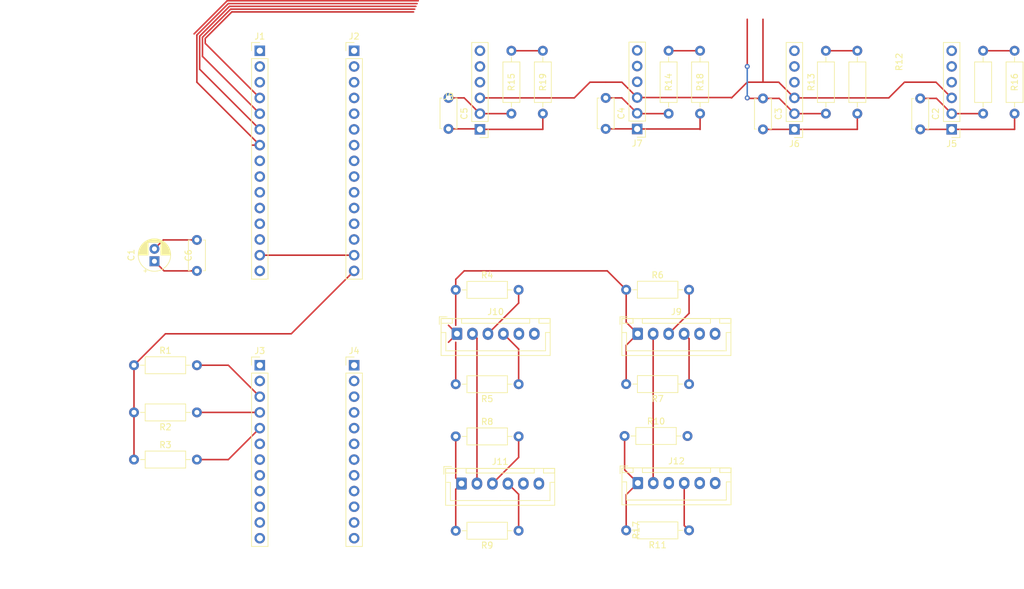
<source format=kicad_pcb>
(kicad_pcb (version 20211014) (generator pcbnew)
  (layers (0 "F.Cu" signal) (31 "B.Cu" signal) (34 "B.Paste" user) (35 "F.Paste" user) (36 "B.SilkS" user "B.Silkscreen") (37 "F.SilkS" user "F.Silkscreen") (38 "B.Mask" user) (39 "F.Mask" user) (44 "Edge.Cuts" user))
  (net 0 "")
  (net 1 "+5V")
  (net 2 "GND")
  (net 3 "/ADC1_CH6")
  (net 4 "/ADC1_CH7")
  (net 5 "/ADC1_CH4")
  (net 6 "/ADC1_CH5")
  (net 17 "/SCL_ESP")
  (net 20 "/SDA_ESP")
  (net 29 "+3.3V")
  (net 30 "Net-(J3-Pad5)")
  (net 31 "/SFM_A_SDL")
  (net 32 "/SFM_A_SCL")
  (net 33 "/SFM_B_SDL")
  (net 34 "/SFM_B_SCL")
  (net 43 "/SFM_D_SCL")
  (net 44 "/SFM_D_SDL")
  (net 45 "/SFM_C_SCL")
  (net 46 "/SFM_C_SDL")
  (net 67 "Net-(C2-Pad2)")
  (net 68 "Net-(C3-Pad2)")
  (net 69 "Net-(C4-Pad2)")
  (net 70 "Net-(C5-Pad2)")
  (footprint "Capacitor_THT:C_Disc_D4.7mm_W2.5mm_P5.00mm" (layer "F.Cu") (at 193.04 88.98 -90)
    (fp_text reference "C2" (at 2.5 -2.5 90) (layer "F.SilkS"))
    (fp_text value "470pF")
    (pad "1" thru_hole circle (at 0 0 270) (size 1.6 1.6) (drill 0.8) (layers *.Cu *.Mask) (net 2 "GND"))
    (pad "2" thru_hole circle (at 5 0 270) (size 1.6 1.6) (drill 0.8) (layers *.Cu *.Mask) (net 67 "Net-(C2-Pad2)"))
  )
  (footprint "Resistor_THT:R_Axial_DIN0207_L6.3mm_D2.5mm_P10.16mm_Horizontal" (layer "F.Cu") (at 155.702 158.75 180)
    (fp_text reference "R11" (at 5.08 -2.37) (layer "F.SilkS"))
    (fp_text value "10k")
    (pad "1" thru_hole circle (at 0 0 180) (size 1.6 1.6) (drill 0.8) (layers *.Cu *.Mask) (net 43 "/SFM_D_SCL"))
    (pad "2" thru_hole oval (at 10.16 0 180) (size 1.6 1.6) (drill 0.8) (layers *.Cu *.Mask) (net 1 "+5V"))
  )
  (footprint "Resistor_THT:R_Axial_DIN0207_L6.3mm_D2.5mm_P10.16mm_Horizontal" (layer "F.Cu") (at 145.288 143.51)
    (fp_text reference "R10" (at 5.08 -2.37) (layer "F.SilkS"))
    (fp_text value "10k")
    (pad "1" thru_hole circle (at 0 0) (size 1.6 1.6) (drill 0.8) (layers *.Cu *.Mask) (net 1 "+5V"))
    (pad "2" thru_hole oval (at 10.16 0) (size 1.6 1.6) (drill 0.8) (layers *.Cu *.Mask) (net 44 "/SFM_D_SDL"))
  )
  (footprint "Resistor_THT:R_Axial_DIN0207_L6.3mm_D2.5mm_P10.16mm_Horizontal" (layer "F.Cu") (at 152.4 91.44 90)
    (fp_text reference "R14" (at 5.08 0 90) (layer "F.SilkS"))
    (fp_text value "100k")
    (pad "1" thru_hole circle (at 0 0 90) (size 1.6 1.6) (drill 0.8) (layers *.Cu *.Mask) (net 2 "GND"))
    (pad "2" thru_hole oval (at 10.16 0 90) (size 1.6 1.6) (drill 0.8) (layers *.Cu *.Mask) (net 5 "/ADC1_CH4"))
  )
  (footprint "Connector_PinHeader_2.54mm:PinHeader_1x06_P2.54mm_Vertical" (layer "F.Cu") (at 121.92 93.98 180)
    (fp_text reference "J8" (at 5.08 5.29) (layer "F.SilkS"))
    (fp_text value "MPX_D")
    (pad "1" thru_hole rect (at 0 0 180) (size 1.7 1.7) (drill 1) (layers *.Cu *.Mask) (net 70 "Net-(C5-Pad2)"))
    (pad "2" thru_hole oval (at 0 2.54 180) (size 1.7 1.7) (drill 1) (layers *.Cu *.Mask) (net 2 "GND"))
    (pad "3" thru_hole oval (at 0 5.08 180) (size 1.7 1.7) (drill 1) (layers *.Cu *.Mask) (net 1 "+5V"))
    (pad "4" thru_hole oval (at 0 7.62 180) (size 1.7 1.7) (drill 1) (layers *.Cu *.Mask))
    (pad "5" thru_hole oval (at 0 10.16 180) (size 1.7 1.7) (drill 1) (layers *.Cu *.Mask))
    (pad "6" thru_hole oval (at 0 12.7 180) (size 1.7 1.7) (drill 1) (layers *.Cu *.Mask))
  )
  (footprint "Connector_PinHeader_2.54mm:PinHeader_1x06_P2.54mm_Vertical" (layer "F.Cu") (at 198.12 93.98 180)
    (fp_text reference "J5" (at 0 -2.33) (layer "F.SilkS"))
    (fp_text value "MPX_A")
    (pad "1" thru_hole rect (at 0 0 180) (size 1.7 1.7) (drill 1) (layers *.Cu *.Mask) (net 67 "Net-(C2-Pad2)"))
    (pad "2" thru_hole oval (at 0 2.54 180) (size 1.7 1.7) (drill 1) (layers *.Cu *.Mask) (net 2 "GND"))
    (pad "3" thru_hole oval (at 0 5.08 180) (size 1.7 1.7) (drill 1) (layers *.Cu *.Mask) (net 1 "+5V"))
    (pad "4" thru_hole oval (at 0 7.62 180) (size 1.7 1.7) (drill 1) (layers *.Cu *.Mask))
    (pad "5" thru_hole oval (at 0 10.16 180) (size 1.7 1.7) (drill 1) (layers *.Cu *.Mask))
    (pad "6" thru_hole oval (at 0 12.7 180) (size 1.7 1.7) (drill 1) (layers *.Cu *.Mask))
  )
  (footprint "Connector_PinHeader_2.54mm:PinHeader_1x12_P2.54mm_Vertical" (layer "F.Cu") (at 86.36 132.08)
    (fp_text reference "J3" (at 0 -2.33) (layer "F.SilkS"))
    (fp_text value "PCA_Left")
    (pad "1" thru_hole rect (at 0 0) (size 1.7 1.7) (drill 1) (layers *.Cu *.Mask) (net 29 "+3.3V"))
    (pad "2" thru_hole oval (at 0 2.54) (size 1.7 1.7) (drill 1) (layers *.Cu *.Mask) (net 2 "GND"))
    (pad "3" thru_hole oval (at 0 5.08) (size 1.7 1.7) (drill 1) (layers *.Cu *.Mask) (net 20 "/SDA_ESP"))
    (pad "4" thru_hole oval (at 0 7.62) (size 1.7 1.7) (drill 1) (layers *.Cu *.Mask) (net 17 "/SCL_ESP"))
    (pad "5" thru_hole oval (at 0 10.16) (size 1.7 1.7) (drill 1) (layers *.Cu *.Mask) (net 30 "Net-(J3-Pad5)"))
    (pad "6" thru_hole oval (at 0 12.7) (size 1.7 1.7) (drill 1) (layers *.Cu *.Mask) (net 2 "GND"))
    (pad "7" thru_hole oval (at 0 15.24) (size 1.7 1.7) (drill 1) (layers *.Cu *.Mask) (net 2 "GND"))
    (pad "8" thru_hole oval (at 0 17.78) (size 1.7 1.7) (drill 1) (layers *.Cu *.Mask) (net 2 "GND"))
    (pad "9" thru_hole oval (at 0 20.32) (size 1.7 1.7) (drill 1) (layers *.Cu *.Mask) (net 31 "/SFM_A_SDL"))
    (pad "10" thru_hole oval (at 0 22.86) (size 1.7 1.7) (drill 1) (layers *.Cu *.Mask) (net 32 "/SFM_A_SCL"))
    (pad "11" thru_hole oval (at 0 25.4) (size 1.7 1.7) (drill 1) (layers *.Cu *.Mask) (net 33 "/SFM_B_SDL"))
    (pad "12" thru_hole oval (at 0 27.94) (size 1.7 1.7) (drill 1) (layers *.Cu *.Mask) (net 34 "/SFM_B_SCL"))
  )
  (footprint "Resistor_THT:R_Axial_DIN0207_L6.3mm_D2.5mm_P10.16mm_Horizontal" (layer "F.Cu") (at 155.702 135.128 180)
    (fp_text reference "R7" (at 5.08 -2.37) (layer "F.SilkS"))
    (fp_text value "10k")
    (pad "1" thru_hole circle (at 0 0 180) (size 1.6 1.6) (drill 0.8) (layers *.Cu *.Mask) (net 34 "/SFM_B_SCL"))
    (pad "2" thru_hole oval (at 10.16 0 180) (size 1.6 1.6) (drill 0.8) (layers *.Cu *.Mask) (net 1 "+5V"))
  )
  (footprint "Capacitor_THT:C_Disc_D4.7mm_W2.5mm_P5.00mm" (layer "F.Cu") (at 76.2 116.84 90)
    (fp_text reference "C6" (at 2.5 -1.37 90) (layer "F.SilkS"))
    (fp_text value "0.01uF")
    (pad "1" thru_hole circle (at 0 0 90) (size 1.6 1.6) (drill 0.8) (layers *.Cu *.Mask) (net 1 "+5V"))
    (pad "2" thru_hole circle (at 5 0 90) (size 1.6 1.6) (drill 0.8) (layers *.Cu *.Mask) (net 2 "GND"))
  )
  (footprint "Resistor_THT:R_Axial_DIN0207_L6.3mm_D2.5mm_P10.16mm_Horizontal" (layer "F.Cu") (at 66.04 132.08)
    (fp_text reference "R1" (at 5.08 -2.37) (layer "F.SilkS"))
    (fp_text value "10k")
    (pad "1" thru_hole circle (at 0 0) (size 1.6 1.6) (drill 0.8) (layers *.Cu *.Mask) (net 29 "+3.3V"))
    (pad "2" thru_hole oval (at 10.16 0) (size 1.6 1.6) (drill 0.8) (layers *.Cu *.Mask) (net 20 "/SDA_ESP"))
  )
  (footprint "Resistor_THT:R_Axial_DIN0207_L6.3mm_D2.5mm_P10.16mm_Horizontal" (layer "F.Cu") (at 177.8 91.44 90)
    (fp_text reference "R13" (at 5.08 -2.37 90) (layer "F.SilkS"))
    (fp_text value "100k")
    (pad "1" thru_hole circle (at 0 0 90) (size 1.6 1.6) (drill 0.8) (layers *.Cu *.Mask) (net 2 "GND"))
    (pad "2" thru_hole oval (at 10.16 0 90) (size 1.6 1.6) (drill 0.8) (layers *.Cu *.Mask) (net 4 "/ADC1_CH7"))
  )
  (footprint "Resistor_THT:R_Axial_DIN0207_L6.3mm_D2.5mm_P10.16mm_Horizontal" (layer "F.Cu") (at 145.542 119.888)
    (fp_text reference "R6" (at 5.08 -2.37) (layer "F.SilkS"))
    (fp_text value "10k")
    (pad "1" thru_hole circle (at 0 0) (size 1.6 1.6) (drill 0.8) (layers *.Cu *.Mask) (net 1 "+5V"))
    (pad "2" thru_hole oval (at 10.16 0) (size 1.6 1.6) (drill 0.8) (layers *.Cu *.Mask) (net 33 "/SFM_B_SDL"))
  )
  (footprint "Resistor_THT:R_Axial_DIN0207_L6.3mm_D2.5mm_P10.16mm_Horizontal" (layer "F.Cu") (at 157.48 81.28 -90)
    (fp_text reference "R18" (at 5.08 0 90) (layer "F.SilkS"))
    (fp_text value "100k")
    (pad "1" thru_hole circle (at 0 0 270) (size 1.6 1.6) (drill 0.8) (layers *.Cu *.Mask) (net 5 "/ADC1_CH4"))
    (pad "2" thru_hole oval (at 10.16 0 270) (size 1.6 1.6) (drill 0.8) (layers *.Cu *.Mask) (net 69 "Net-(C4-Pad2)"))
  )
  (footprint "Resistor_THT:R_Axial_DIN0207_L6.3mm_D2.5mm_P10.16mm_Horizontal" (layer "F.Cu") (at 118.01 143.575)
    (fp_text reference "R8" (at 5.08 -2.37) (layer "F.SilkS"))
    (fp_text value "10k")
    (pad "1" thru_hole circle (at 0 0) (size 1.6 1.6) (drill 0.8) (layers *.Cu *.Mask) (net 1 "+5V"))
    (pad "2" thru_hole oval (at 10.16 0) (size 1.6 1.6) (drill 0.8) (layers *.Cu *.Mask) (net 46 "/SFM_C_SDL"))
  )
  (footprint "Connector_JST:JST_XH_B6B-XH-A_1x06_P2.50mm_Vertical" (layer "F.Cu") (at 118.21 127)
    (fp_text reference "J10" (at 6.25 -3.55) (layer "F.SilkS"))
    (fp_text value "SFM_A")
    (pad "1" thru_hole roundrect (at 0 0) (size 1.7 1.95) (drill 0.95) (layers *.Cu *.Mask) (roundrect_rratio 0.147059) (net 1 "+5V"))
    (pad "2" thru_hole oval (at 2.5 0) (size 1.7 1.95) (drill 0.95) (layers *.Cu *.Mask) (net 2 "GND"))
    (pad "3" thru_hole oval (at 5 0) (size 1.7 1.95) (drill 0.95) (layers *.Cu *.Mask) (net 31 "/SFM_A_SDL"))
    (pad "4" thru_hole oval (at 7.5 0) (size 1.7 1.95) (drill 0.95) (layers *.Cu *.Mask) (net 32 "/SFM_A_SCL"))
    (pad "5" thru_hole oval (at 10 0) (size 1.7 1.95) (drill 0.95) (layers *.Cu *.Mask))
    (pad "6" thru_hole oval (at 12.5 0) (size 1.7 1.95) (drill 0.95) (layers *.Cu *.Mask))
  )
  (footprint "Connector_JST:JST_XH_B6B-XH-A_1x06_P2.50mm_Vertical" (layer "F.Cu") (at 118.94 151.195)
    (fp_text reference "J11" (at 6.25 -3.55) (layer "F.SilkS"))
    (fp_text value "SFM_C")
    (pad "1" thru_hole roundrect (at 0 0) (size 1.7 1.95) (drill 0.95) (layers *.Cu *.Mask) (roundrect_rratio 0.147059) (net 1 "+5V"))
    (pad "2" thru_hole oval (at 2.5 0) (size 1.7 1.95) (drill 0.95) (layers *.Cu *.Mask) (net 2 "GND"))
    (pad "3" thru_hole oval (at 5 0) (size 1.7 1.95) (drill 0.95) (layers *.Cu *.Mask) (net 46 "/SFM_C_SDL"))
    (pad "4" thru_hole oval (at 7.5 0) (size 1.7 1.95) (drill 0.95) (layers *.Cu *.Mask) (net 45 "/SFM_C_SCL"))
    (pad "5" thru_hole oval (at 10 0) (size 1.7 1.95) (drill 0.95) (layers *.Cu *.Mask))
    (pad "6" thru_hole oval (at 12.5 0) (size 1.7 1.95) (drill 0.95) (layers *.Cu *.Mask))
  )
  (footprint "Connector_JST:JST_XH_B6B-XH-A_1x06_P2.50mm_Vertical" (layer "F.Cu") (at 147.4 127)
    (fp_text reference "J9" (at 6.25 -3.55) (layer "F.SilkS"))
    (fp_text value "SFM_B")
    (pad "1" thru_hole roundrect (at 0 0) (size 1.7 1.95) (drill 0.95) (layers *.Cu *.Mask) (roundrect_rratio 0.147059) (net 1 "+5V"))
    (pad "2" thru_hole oval (at 2.5 0) (size 1.7 1.95) (drill 0.95) (layers *.Cu *.Mask) (net 2 "GND"))
    (pad "3" thru_hole oval (at 5 0) (size 1.7 1.95) (drill 0.95) (layers *.Cu *.Mask) (net 33 "/SFM_B_SDL"))
    (pad "4" thru_hole oval (at 7.5 0) (size 1.7 1.95) (drill 0.95) (layers *.Cu *.Mask) (net 34 "/SFM_B_SCL"))
    (pad "5" thru_hole oval (at 10 0) (size 1.7 1.95) (drill 0.95) (layers *.Cu *.Mask))
    (pad "6" thru_hole oval (at 12.5 0) (size 1.7 1.95) (drill 0.95) (layers *.Cu *.Mask))
  )
  (footprint "Connector_PinHeader_2.54mm:PinHeader_1x15_P2.54mm_Vertical" (layer "F.Cu") (at 101.6 81.285)
    (fp_text reference "J2" (at 0 -2.33) (layer "F.SilkS"))
    (fp_text value "ESP_Right")
    (pad "1" thru_hole rect (at 0 0) (size 1.7 1.7) (drill 1) (layers *.Cu *.Mask))
    (pad "2" thru_hole oval (at 0 2.54) (size 1.7 1.7) (drill 1) (layers *.Cu *.Mask) (net 17 "/SCL_ESP"))
    (pad "3" thru_hole oval (at 0 5.08) (size 1.7 1.7) (drill 1) (layers *.Cu *.Mask))
    (pad "4" thru_hole oval (at 0 7.62) (size 1.7 1.7) (drill 1) (layers *.Cu *.Mask))
    (pad "5" thru_hole oval (at 0 10.16) (size 1.7 1.7) (drill 1) (layers *.Cu *.Mask) (net 20 "/SDA_ESP"))
    (pad "6" thru_hole oval (at 0 12.7) (size 1.7 1.7) (drill 1) (layers *.Cu *.Mask))
    (pad "7" thru_hole oval (at 0 15.24) (size 1.7 1.7) (drill 1) (layers *.Cu *.Mask))
    (pad "8" thru_hole oval (at 0 17.78) (size 1.7 1.7) (drill 1) (layers *.Cu *.Mask))
    (pad "9" thru_hole oval (at 0 20.32) (size 1.7 1.7) (drill 1) (layers *.Cu *.Mask))
    (pad "10" thru_hole oval (at 0 22.86) (size 1.7 1.7) (drill 1) (layers *.Cu *.Mask))
    (pad "11" thru_hole oval (at 0 25.4) (size 1.7 1.7) (drill 1) (layers *.Cu *.Mask))
    (pad "12" thru_hole oval (at 0 27.94) (size 1.7 1.7) (drill 1) (layers *.Cu *.Mask))
    (pad "13" thru_hole oval (at 0 30.48) (size 1.7 1.7) (drill 1) (layers *.Cu *.Mask))
    (pad "14" thru_hole oval (at 0 33.02) (size 1.7 1.7) (drill 1) (layers *.Cu *.Mask) (net 2 "GND"))
    (pad "15" thru_hole oval (at 0 35.56) (size 1.7 1.7) (drill 1) (layers *.Cu *.Mask) (net 29 "+3.3V"))
  )
  (footprint "Capacitor_THT:C_Disc_D4.7mm_W2.5mm_P5.00mm" (layer "F.Cu") (at 116.84 88.9 -90)
    (fp_text reference "C5" (at 2.54 -2.54 90) (layer "F.SilkS"))
    (fp_text value "470pF")
    (pad "1" thru_hole circle (at 0 0 270) (size 1.6 1.6) (drill 0.8) (layers *.Cu *.Mask) (net 2 "GND"))
    (pad "2" thru_hole circle (at 5 0 270) (size 1.6 1.6) (drill 0.8) (layers *.Cu *.Mask) (net 70 "Net-(C5-Pad2)"))
  )
  (footprint "Connector_PinHeader_2.54mm:PinHeader_1x12_P2.54mm_Vertical" (layer "F.Cu") (at 101.6 132.08)
    (fp_text reference "J4" (at 0 -2.33) (layer "F.SilkS"))
    (fp_text value "PCA_Right")
    (pad "1" thru_hole rect (at 0 0) (size 1.7 1.7) (drill 1) (layers *.Cu *.Mask))
    (pad "2" thru_hole oval (at 0 2.54) (size 1.7 1.7) (drill 1) (layers *.Cu *.Mask))
    (pad "3" thru_hole oval (at 0 5.08) (size 1.7 1.7) (drill 1) (layers *.Cu *.Mask))
    (pad "4" thru_hole oval (at 0 7.62) (size 1.7 1.7) (drill 1) (layers *.Cu *.Mask))
    (pad "5" thru_hole oval (at 0 10.16) (size 1.7 1.7) (drill 1) (layers *.Cu *.Mask))
    (pad "6" thru_hole oval (at 0 12.7) (size 1.7 1.7) (drill 1) (layers *.Cu *.Mask))
    (pad "7" thru_hole oval (at 0 15.24) (size 1.7 1.7) (drill 1) (layers *.Cu *.Mask))
    (pad "8" thru_hole oval (at 0 17.78) (size 1.7 1.7) (drill 1) (layers *.Cu *.Mask))
    (pad "9" thru_hole oval (at 0 20.32) (size 1.7 1.7) (drill 1) (layers *.Cu *.Mask) (net 43 "/SFM_D_SCL"))
    (pad "10" thru_hole oval (at 0 22.86) (size 1.7 1.7) (drill 1) (layers *.Cu *.Mask) (net 44 "/SFM_D_SDL"))
    (pad "11" thru_hole oval (at 0 25.4) (size 1.7 1.7) (drill 1) (layers *.Cu *.Mask) (net 45 "/SFM_C_SCL"))
    (pad "12" thru_hole oval (at 0 27.94) (size 1.7 1.7) (drill 1) (layers *.Cu *.Mask) (net 46 "/SFM_C_SDL"))
  )
  (footprint "Resistor_THT:R_Axial_DIN0207_L6.3mm_D2.5mm_P10.16mm_Horizontal" (layer "F.Cu") (at 66.04 147.32)
    (fp_text reference "R3" (at 5.08 -2.37) (layer "F.SilkS"))
    (fp_text value "10k")
    (pad "1" thru_hole circle (at 0 0) (size 1.6 1.6) (drill 0.8) (layers *.Cu *.Mask) (net 29 "+3.3V"))
    (pad "2" thru_hole oval (at 10.16 0) (size 1.6 1.6) (drill 0.8) (layers *.Cu *.Mask) (net 30 "Net-(J3-Pad5)"))
  )
  (footprint "Connector_PinHeader_2.54mm:PinHeader_1x15_P2.54mm_Vertical" (layer "F.Cu") (at 86.36 81.285)
    (fp_text reference "J1" (at 0 -2.33) (layer "F.SilkS"))
    (fp_text value "ESP_Left")
    (pad "1" thru_hole rect (at 0 0) (size 1.7 1.7) (drill 1) (layers *.Cu *.Mask))
    (pad "2" thru_hole oval (at 0 2.54) (size 1.7 1.7) (drill 1) (layers *.Cu *.Mask))
    (pad "3" thru_hole oval (at 0 5.08) (size 1.7 1.7) (drill 1) (layers *.Cu *.Mask))
    (pad "4" thru_hole oval (at 0 7.62) (size 1.7 1.7) (drill 1) (layers *.Cu *.Mask) (net 3 "/ADC1_CH6"))
    (pad "5" thru_hole oval (at 0 10.16) (size 1.7 1.7) (drill 1) (layers *.Cu *.Mask) (net 4 "/ADC1_CH7"))
    (pad "6" thru_hole oval (at 0 12.7) (size 1.7 1.7) (drill 1) (layers *.Cu *.Mask) (net 5 "/ADC1_CH4"))
    (pad "7" thru_hole oval (at 0 15.24) (size 1.7 1.7) (drill 1) (layers *.Cu *.Mask) (net 6 "/ADC1_CH5"))
    (pad "8" thru_hole oval (at 0 17.78) (size 1.7 1.7) (drill 1) (layers *.Cu *.Mask))
    (pad "9" thru_hole oval (at 0 20.32) (size 1.7 1.7) (drill 1) (layers *.Cu *.Mask))
    (pad "10" thru_hole oval (at 0 22.86) (size 1.7 1.7) (drill 1) (layers *.Cu *.Mask))
    (pad "11" thru_hole oval (at 0 25.4) (size 1.7 1.7) (drill 1) (layers *.Cu *.Mask))
    (pad "12" thru_hole oval (at 0 27.94) (size 1.7 1.7) (drill 1) (layers *.Cu *.Mask))
    (pad "13" thru_hole oval (at 0 30.48) (size 1.7 1.7) (drill 1) (layers *.Cu *.Mask))
    (pad "14" thru_hole oval (at 0 33.02) (size 1.7 1.7) (drill 1) (layers *.Cu *.Mask) (net 2 "GND"))
    (pad "15" thru_hole oval (at 0 35.56) (size 1.7 1.7) (drill 1) (layers *.Cu *.Mask) (net 1 "+5V"))
  )
  (footprint "Resistor_THT:R_Axial_DIN0207_L6.3mm_D2.5mm_P10.16mm_Horizontal" (layer "F.Cu") (at 132.08 81.28 -90)
    (fp_text reference "R19" (at 5.08 0 90) (layer "F.SilkS"))
    (fp_text value "100k")
    (pad "1" thru_hole circle (at 0 0 270) (size 1.6 1.6) (drill 0.8) (layers *.Cu *.Mask) (net 6 "/ADC1_CH5"))
    (pad "2" thru_hole oval (at 10.16 0 270) (size 1.6 1.6) (drill 0.8) (layers *.Cu *.Mask) (net 70 "Net-(C5-Pad2)"))
  )
  (footprint "Resistor_THT:R_Axial_DIN0207_L6.3mm_D2.5mm_P10.16mm_Horizontal" (layer "F.Cu") (at 182.88 81.28 -90)
    (fp_text reference "R17" (at 77.445 35.73 90) (layer "F.SilkS"))
    (fp_text value "100k")
    (pad "1" thru_hole circle (at 0 0 270) (size 1.6 1.6) (drill 0.8) (layers *.Cu *.Mask) (net 4 "/ADC1_CH7"))
    (pad "2" thru_hole oval (at 10.16 0 270) (size 1.6 1.6) (drill 0.8) (layers *.Cu *.Mask) (net 68 "Net-(C3-Pad2)"))
  )
  (footprint "Resistor_THT:R_Axial_DIN0207_L6.3mm_D2.5mm_P10.16mm_Horizontal" (layer "F.Cu") (at 127 91.44 90)
    (fp_text reference "R15" (at 5.08 0 90) (layer "F.SilkS"))
    (fp_text value "100k")
    (pad "1" thru_hole circle (at 0 0 90) (size 1.6 1.6) (drill 0.8) (layers *.Cu *.Mask) (net 2 "GND"))
    (pad "2" thru_hole oval (at 10.16 0 90) (size 1.6 1.6) (drill 0.8) (layers *.Cu *.Mask) (net 6 "/ADC1_CH5"))
  )
  (footprint "Connector_PinHeader_2.54mm:PinHeader_1x06_P2.54mm_Vertical" (layer "F.Cu") (at 147.32 93.92 180)
    (fp_text reference "J7" (at 0 -2.33) (layer "F.SilkS"))
    (fp_text value "MPX_C")
    (pad "1" thru_hole rect (at 0 0 180) (size 1.7 1.7) (drill 1) (layers *.Cu *.Mask) (net 69 "Net-(C4-Pad2)"))
    (pad "2" thru_hole oval (at 0 2.54 180) (size 1.7 1.7) (drill 1) (layers *.Cu *.Mask) (net 2 "GND"))
    (pad "3" thru_hole oval (at 0 5.08 180) (size 1.7 1.7) (drill 1) (layers *.Cu *.Mask) (net 1 "+5V"))
    (pad "4" thru_hole oval (at 0 7.62 180) (size 1.7 1.7) (drill 1) (layers *.Cu *.Mask))
    (pad "5" thru_hole oval (at 0 10.16 180) (size 1.7 1.7) (drill 1) (layers *.Cu *.Mask))
    (pad "6" thru_hole oval (at 0 12.7 180) (size 1.7 1.7) (drill 1) (layers *.Cu *.Mask))
  )
  (footprint "Resistor_THT:R_Axial_DIN0207_L6.3mm_D2.5mm_P10.16mm_Horizontal" (layer "F.Cu") (at 76.2 139.7 180)
    (fp_text reference "R2" (at 5.08 -2.37) (layer "F.SilkS"))
    (fp_text value "10k")
    (pad "1" thru_hole circle (at 0 0 180) (size 1.6 1.6) (drill 0.8) (layers *.Cu *.Mask) (net 17 "/SCL_ESP"))
    (pad "2" thru_hole oval (at 10.16 0 180) (size 1.6 1.6) (drill 0.8) (layers *.Cu *.Mask) (net 29 "+3.3V"))
  )
  (footprint "Resistor_THT:R_Axial_DIN0207_L6.3mm_D2.5mm_P10.16mm_Horizontal" (layer "F.Cu") (at 118.01 119.905)
    (fp_text reference "R4" (at 5.08 -2.37) (layer "F.SilkS"))
    (fp_text value "10k")
    (pad "1" thru_hole circle (at 0 0) (size 1.6 1.6) (drill 0.8) (layers *.Cu *.Mask) (net 1 "+5V"))
    (pad "2" thru_hole oval (at 10.16 0) (size 1.6 1.6) (drill 0.8) (layers *.Cu *.Mask) (net 31 "/SFM_A_SDL"))
  )
  (footprint "Connector_PinHeader_2.54mm:PinHeader_1x06_P2.54mm_Vertical" (layer "F.Cu") (at 172.72 93.98 180)
    (fp_text reference "J6" (at 0 -2.33) (layer "F.SilkS"))
    (fp_text value "MPX_B")
    (pad "1" thru_hole rect (at 0 0 180) (size 1.7 1.7) (drill 1) (layers *.Cu *.Mask) (net 68 "Net-(C3-Pad2)"))
    (pad "2" thru_hole oval (at 0 2.54 180) (size 1.7 1.7) (drill 1) (layers *.Cu *.Mask) (net 2 "GND"))
    (pad "3" thru_hole oval (at 0 5.08 180) (size 1.7 1.7) (drill 1) (layers *.Cu *.Mask) (net 1 "+5V"))
    (pad "4" thru_hole oval (at 0 7.62 180) (size 1.7 1.7) (drill 1) (layers *.Cu *.Mask))
    (pad "5" thru_hole oval (at 0 10.16 180) (size 1.7 1.7) (drill 1) (layers *.Cu *.Mask))
    (pad "6" thru_hole oval (at 0 12.7 180) (size 1.7 1.7) (drill 1) (layers *.Cu *.Mask))
  )
  (footprint "Capacitor_THT:C_Disc_D4.7mm_W2.5mm_P5.00mm" (layer "F.Cu") (at 167.64 88.98 -90)
    (fp_text reference "C3" (at 2.5 -2.5 90) (layer "F.SilkS"))
    (fp_text value "470pF")
    (pad "1" thru_hole circle (at 0 0 270) (size 1.6 1.6) (drill 0.8) (layers *.Cu *.Mask) (net 2 "GND"))
    (pad "2" thru_hole circle (at 5 0 270) (size 1.6 1.6) (drill 0.8) (layers *.Cu *.Mask) (net 68 "Net-(C3-Pad2)"))
  )
  (footprint "Resistor_THT:R_Axial_DIN0207_L6.3mm_D2.5mm_P10.16mm_Horizontal" (layer "F.Cu") (at 203.2 91.44 90)
    (fp_text reference "R12" (at 8.35 -13.56 90) (layer "F.SilkS"))
    (fp_text value "100k")
    (pad "1" thru_hole circle (at 0 0 90) (size 1.6 1.6) (drill 0.8) (layers *.Cu *.Mask) (net 2 "GND"))
    (pad "2" thru_hole oval (at 10.16 0 90) (size 1.6 1.6) (drill 0.8) (layers *.Cu *.Mask) (net 3 "/ADC1_CH6"))
  )
  (footprint "Capacitor_THT:C_Disc_D4.7mm_W2.5mm_P5.00mm" (layer "F.Cu") (at 142.24 88.9 -90)
    (fp_text reference "C4" (at 2.5 -2.5 90) (layer "F.SilkS"))
    (fp_text value "470pF")
    (pad "1" thru_hole circle (at 0 0 270) (size 1.6 1.6) (drill 0.8) (layers *.Cu *.Mask) (net 2 "GND"))
    (pad "2" thru_hole circle (at 5 0 270) (size 1.6 1.6) (drill 0.8) (layers *.Cu *.Mask) (net 69 "Net-(C4-Pad2)"))
  )
  (footprint "Resistor_THT:R_Axial_DIN0207_L6.3mm_D2.5mm_P10.16mm_Horizontal" (layer "F.Cu") (at 128.17 135.145 180)
    (fp_text reference "R5" (at 5.08 -2.37) (layer "F.SilkS"))
    (fp_text value "10k")
    (pad "1" thru_hole circle (at 0 0 180) (size 1.6 1.6) (drill 0.8) (layers *.Cu *.Mask) (net 32 "/SFM_A_SCL"))
    (pad "2" thru_hole oval (at 10.16 0 180) (size 1.6 1.6) (drill 0.8) (layers *.Cu *.Mask) (net 1 "+5V"))
  )
  (footprint "Connector_JST:JST_XH_B6B-XH-A_1x06_P2.50mm_Vertical" (layer "F.Cu") (at 147.42 151.113)
    (fp_text reference "J12" (at 6.25 -3.55) (layer "F.SilkS"))
    (fp_text value "SFM_D")
    (pad "1" thru_hole roundrect (at 0 0) (size 1.7 1.95) (drill 0.95) (layers *.Cu *.Mask) (roundrect_rratio 0.147059) (net 1 "+5V"))
    (pad "2" thru_hole oval (at 2.5 0) (size 1.7 1.95) (drill 0.95) (layers *.Cu *.Mask) (net 2 "GND"))
    (pad "3" thru_hole oval (at 5 0) (size 1.7 1.95) (drill 0.95) (layers *.Cu *.Mask) (net 44 "/SFM_D_SDL"))
    (pad "4" thru_hole oval (at 7.5 0) (size 1.7 1.95) (drill 0.95) (layers *.Cu *.Mask) (net 43 "/SFM_D_SCL"))
    (pad "5" thru_hole oval (at 10 0) (size 1.7 1.95) (drill 0.95) (layers *.Cu *.Mask))
    (pad "6" thru_hole oval (at 12.5 0) (size 1.7 1.95) (drill 0.95) (layers *.Cu *.Mask))
  )
  (footprint "Resistor_THT:R_Axial_DIN0207_L6.3mm_D2.5mm_P10.16mm_Horizontal" (layer "F.Cu") (at 208.28 81.28 -90)
    (fp_text reference "R16" (at 5.08 0 90) (layer "F.SilkS"))
    (fp_text value "100k")
    (pad "1" thru_hole circle (at 0 0 270) (size 1.6 1.6) (drill 0.8) (layers *.Cu *.Mask) (net 3 "/ADC1_CH6"))
    (pad "2" thru_hole oval (at 10.16 0 270) (size 1.6 1.6) (drill 0.8) (layers *.Cu *.Mask) (net 67 "Net-(C2-Pad2)"))
  )
  (footprint "Capacitor_THT:CP_Radial_D5.0mm_P2.00mm" (layer "F.Cu") (at 69.342 115.284 90)
    (fp_text reference "C1" (at 1 -3.75 90) (layer "F.SilkS"))
    (fp_text value "1.0uF")
    (pad "1" thru_hole rect (at 0 0 90) (size 1.6 1.6) (drill 0.8) (layers *.Cu *.Mask) (net 1 "+5V"))
    (pad "2" thru_hole circle (at 2 0 90) (size 1.6 1.6) (drill 0.8) (layers *.Cu *.Mask) (net 2 "GND"))
  )
  (footprint "Resistor_THT:R_Axial_DIN0207_L6.3mm_D2.5mm_P10.16mm_Horizontal" (layer "F.Cu") (at 128.17 158.815 180)
    (fp_text reference "R9" (at 5.08 -2.37) (layer "F.SilkS"))
    (fp_text value "10k")
    (pad "1" thru_hole circle (at 0 0 180) (size 1.6 1.6) (drill 0.8) (layers *.Cu *.Mask) (net 45 "/SFM_C_SCL"))
    (pad "2" thru_hole oval (at 10.16 0 180) (size 1.6 1.6) (drill 0.8) (layers *.Cu *.Mask) (net 1 "+5V"))
  )
  (segment (start 187.96 88.9) (end 190.5 86.36) (width 0.25) (layer "F.Cu") (net 1))
  (segment (start 195.58 86.36) (end 198.12 88.9) (width 0.25) (layer "F.Cu") (net 1))
  (segment (start 118.21 127) (end 116.84 128.37) (width 0.25) (layer "F.Cu") (net 1))
  (segment (start 86.355 116.84) (end 86.36 116.845) (width 0.25) (layer "F.Cu") (net 1))
  (segment (start 145.288 148.981) (end 147.42 151.113) (width 0.25) (layer "F.Cu") (net 1))
  (segment (start 116.84 125.63) (end 118.21 127) (width 0.25) (layer "F.Cu") (net 1))
  (segment (start 118.01 143.575) (end 118.01 150.265) (width 0.25) (layer "F.Cu") (net 1))
  (segment (start 81.093604 73.21) (end 80.961802 73.341802) (width 0.25) (layer "F.Cu") (net 1))
  (segment (start 118.01 119.905) (end 118.01 118.21) (width 0.25) (layer "F.Cu") (net 1))
  (segment (start 118.01 118.21) (end 119.38 116.84) (width 0.25) (layer "F.Cu") (net 1))
  (segment (start 142.494 116.84) (end 145.542 119.888) (width 0.25) (layer "F.Cu") (net 1))
  (segment (start 167.64 86.36) (end 167.64 76.2) (width 0.25) (layer "F.Cu") (net 1))
  (segment (start 145.542 152.991) (end 145.542 158.75) (width 0.25) (layer "F.Cu") (net 1))
  (segment (start 118.01 152.125) (end 118.94 151.195) (width 0.25) (layer "F.Cu") (net 1))
  (segment (start 145.288 143.51) (end 145.288 148.981) (width 0.25) (layer "F.Cu") (net 1))
  (segment (start 121.92 88.9) (end 137.16 88.9) (width 0.25) (layer "F.Cu") (net 1))
  (segment (start 170.18 86.36) (end 172.72 88.9) (width 0.25) (layer "F.Cu") (net 1))
  (segment (start 147.4 127) (end 145.542 128.858) (width 0.25) (layer "F.Cu") (net 1))
  (segment (start 165.1 86.36) (end 167.64 86.36) (width 0.25) (layer "F.Cu") (net 1))
  (segment (start 145.542 119.888) (end 145.542 125.142) (width 0.25) (layer "F.Cu") (net 1))
  (segment (start 142.24 86.36) (end 144.84 86.36) (width 0.25) (layer "F.Cu") (net 1))
  (segment (start 118.01 158.815) (end 118.01 152.125) (width 0.25) (layer "F.Cu") (net 1))
  (segment (start 144.84 86.36) (end 147.32 88.84) (width 0.25) (layer "F.Cu") (net 1))
  (segment (start 119.38 116.84) (end 142.494 116.84) (width 0.25) (layer "F.Cu") (net 1))
  (segment (start 70.898 116.84) (end 69.342 115.284) (width 0.25) (layer "F.Cu") (net 1))
  (segment (start 162.5 88.84) (end 162.56 88.9) (width 0.25) (layer "F.Cu") (net 1))
  (segment (start 139.7 86.36) (end 142.24 86.36) (width 0.25) (layer "F.Cu") (net 1))
  (segment (start 147.42 151.113) (end 145.542 152.991) (width 0.25) (layer "F.Cu") (net 1))
  (segment (start 147.32 88.84) (end 162.5 88.84) (width 0.25) (layer "F.Cu") (net 1))
  (segment (start 118.01 150.265) (end 118.94 151.195) (width 0.25) (layer "F.Cu") (net 1))
  (segment (start 137.16 88.9) (end 139.7 86.36) (width 0.25) (layer "F.Cu") (net 1))
  (segment (start 80.961802 73.341802) (end 75.75 78.553604) (width 0.25) (layer "F.Cu") (net 1))
  (segment (start 190.5 86.36) (end 195.58 86.36) (width 0.25) (layer "F.Cu") (net 1))
  (segment (start 76.2 116.84) (end 70.898 116.84) (width 0.25) (layer "F.Cu") (net 1))
  (segment (start 145.542 128.858) (end 145.542 135.128) (width 0.25) (layer "F.Cu") (net 1))
  (segment (start 167.64 86.36) (end 170.18 86.36) (width 0.25) (layer "F.Cu") (net 1))
  (segment (start 118.01 119.905) (end 118.01 125.63) (width 0.25) (layer "F.Cu") (net 1))
  (segment (start 145.542 125.142) (end 147.4 127) (width 0.25) (layer "F.Cu") (net 1))
  (segment (start 118.01 128.37) (end 118.01 135.145) (width 0.25) (layer "F.Cu") (net 1))
  (segment (start 172.72 88.9) (end 187.96 88.9) (width 0.25) (layer "F.Cu") (net 1))
  (segment (start 111.946396 73.21) (end 81.093604 73.21) (width 0.25) (layer "F.Cu") (net 1))
  (segment (start 162.56 88.9) (end 165.1 86.36) (width 0.25) (layer "F.Cu") (net 1))
  (segment (start 76.2 111.84) (end 70.786 111.84) (width 0.25) (layer "F.Cu") (net 2))
  (segment (start 170.26 88.98) (end 172.72 91.44) (width 0.25) (layer "F.Cu") (net 2))
  (segment (start 144.84 88.9) (end 147.32 91.38) (width 0.25) (layer "F.Cu") (net 2))
  (segment (start 167.64 88.98) (end 170.26 88.98) (width 0.25) (layer "F.Cu") (net 2))
  (segment (start 149.9 151.093) (end 149.92 151.113) (width 0.25) (layer "F.Cu") (net 2))
  (segment (start 165.1 83.82) (end 165.1 76.2) (width 0.25) (layer "F.Cu") (net 2))
  (segment (start 152.4 91.44) (end 147.38 91.44) (width 0.25) (layer "F.Cu") (net 2))
  (segment (start 165.18 88.98) (end 165.1 88.9) (width 0.25) (layer "F.Cu") (net 2))
  (segment (start 119.38 88.9) (end 121.92 91.44) (width 0.25) (layer "F.Cu") (net 2))
  (segment (start 147.38 91.44) (end 147.32 91.38) (width 0.25) (layer "F.Cu") (net 2))
  (segment (start 127 91.44) (end 121.92 91.44) (width 0.25) (layer "F.Cu") (net 2))
  (segment (start 86.36 114.305) (end 101.6 114.305) (width 0.25) (layer "F.Cu") (net 2))
  (segment (start 193.04 88.98) (end 195.66 88.98) (width 0.25) (layer "F.Cu") (net 2))
  (segment (start 177.8 91.44) (end 172.72 91.44) (width 0.25) (layer "F.Cu") (net 2))
  (segment (start 121.44 151.195) (end 121.44 127.73) (width 0.25) (layer "F.Cu") (net 2))
  (segment (start 203.2 91.44) (end 198.12 91.44) (width 0.25) (layer "F.Cu") (net 2))
  (segment (start 167.64 88.98) (end 165.18 88.98) (width 0.25) (layer "F.Cu") (net 2))
  (segment (start 195.66 88.98) (end 198.12 91.44) (width 0.25) (layer "F.Cu") (net 2))
  (segment (start 70.786 111.84) (end 69.342 113.284) (width 0.25) (layer "F.Cu") (net 2))
  (segment (start 116.84 88.9) (end 119.38 88.9) (width 0.25) (layer "F.Cu") (net 2))
  (segment (start 149.9 127) (end 149.9 151.093) (width 0.25) (layer "F.Cu") (net 2))
  (segment (start 121.44 127.73) (end 120.71 127) (width 0.25) (layer "F.Cu") (net 2))
  (segment (start 142.24 88.9) (end 144.84 88.9) (width 0.25) (layer "F.Cu") (net 2))
  (via (at 165.1 88.9) (size 0.8) (drill 0.4) (layers "F.Cu" "B.Cu") (net 2))
  (via (at 165.1 83.82) (size 0.8) (drill 0.4) (layers "F.Cu" "B.Cu") (net 2))
  (segment (start 165.1 88.9) (end 165.1 83.82) (width 0.25) (layer "B.Cu") (net 2))
  (segment (start 203.2 81.28) (end 208.28 81.28) (width 0.25) (layer "F.Cu") (net 3))
  (segment (start 111.200812 75.01) (end 81.839188 75.01) (width 0.25) (layer "F.Cu") (net 3))
  (segment (start 77.55 80.09) (end 86.36 88.9) (width 0.25) (layer "F.Cu") (net 3))
  (segment (start 77.55 79.299188) (end 77.55 80.09) (width 0.25) (layer "F.Cu") (net 3))
  (segment (start 81.839188 75.01) (end 80.964594 75.884594) (width 0.25) (layer "F.Cu") (net 3))
  (segment (start 80.964594 75.884594) (end 77.55 79.299188) (width 0.25) (layer "F.Cu") (net 3))
  (segment (start 81.652792 74.56) (end 77.1 79.112792) (width 0.25) (layer "F.Cu") (net 4))
  (segment (start 111.387208 74.56) (end 81.652792 74.56) (width 0.25) (layer "F.Cu") (net 4))
  (segment (start 182.88 81.28) (end 177.8 81.28) (width 0.25) (layer "F.Cu") (net 4))
  (segment (start 77.1 82.185) (end 86.36 91.445) (width 0.25) (layer "F.Cu") (net 4))
  (segment (start 77.1 79.112792) (end 77.1 82.185) (width 0.25) (layer "F.Cu") (net 4))
  (segment (start 77.788198 77.788198) (end 76.65 78.926396) (width 0.25) (layer "F.Cu") (net 5))
  (segment (start 111.573604 74.11) (end 81.466396 74.11) (width 0.25) (layer "F.Cu") (net 5))
  (segment (start 157.48 81.28) (end 152.4 81.28) (width 0.25) (layer "F.Cu") (net 5))
  (segment (start 76.65 84.27) (end 86.36 93.98) (width 0.25) (layer "F.Cu") (net 5))
  (segment (start 81.466396 74.11) (end 77.788198 77.788198) (width 0.25) (layer "F.Cu") (net 5))
  (segment (start 76.65 78.926396) (end 76.65 84.27) (width 0.25) (layer "F.Cu") (net 5))
  (segment (start 132.08 81.28) (end 127 81.28) (width 0.25) (layer "F.Cu") (net 6))
  (segment (start 76.2 86.365) (end 86.36 96.525) (width 0.25) (layer "F.Cu") (net 6))
  (segment (start 81.28 73.66) (end 76.2 78.74) (width 0.25) (layer "F.Cu") (net 6))
  (segment (start 76.2 78.74) (end 76.2 86.365) (width 0.25) (layer "F.Cu") (net 6))
  (segment (start 111.76 73.66) (end 81.28 73.66) (width 0.25) (layer "F.Cu") (net 6))
  (segment (start 85.092208 96.525) (end 86.36 96.525) (width 0.25) (layer "F.Cu") (net 6))
  (segment (start 76.2 139.7) (end 86.36 139.7) (width 0.25) (layer "F.Cu") (net 17))
  (segment (start 81.28 132.08) (end 86.36 137.16) (width 0.25) (layer "F.Cu") (net 20))
  (segment (start 76.2 132.08) (end 81.28 132.08) (width 0.25) (layer "F.Cu") (net 20))
  (segment (start 66.04 132.08) (end 66.04 139.7) (width 0.25) (layer "F.Cu") (net 29))
  (segment (start 91.445 127) (end 101.6 116.845) (width 0.25) (layer "F.Cu") (net 29))
  (segment (start 66.04 147.32) (end 66.04 139.7) (width 0.25) (layer "F.Cu") (net 29))
  (segment (start 71.12 127) (end 91.445 127) (width 0.25) (layer "F.Cu") (net 29))
  (segment (start 66.04 132.08) (end 71.12 127) (width 0.25) (layer "F.Cu") (net 29))
  (segment (start 76.2 147.32) (end 81.28 147.32) (width 0.25) (layer "F.Cu") (net 30))
  (segment (start 81.28 147.32) (end 86.36 142.24) (width 0.25) (layer "F.Cu") (net 30))
  (segment (start 128.17 122.04) (end 123.21 127) (width 0.25) (layer "F.Cu") (net 31))
  (segment (start 128.17 119.905) (end 128.17 122.04) (width 0.25) (layer "F.Cu") (net 31))
  (segment (start 128.17 129.46) (end 125.71 127) (width 0.25) (layer "F.Cu") (net 32))
  (segment (start 128.17 135.145) (end 128.17 129.46) (width 0.25) (layer "F.Cu") (net 32))
  (segment (start 155.702 119.888) (end 155.702 123.698) (width 0.25) (layer "F.Cu") (net 33))
  (segment (start 155.702 123.698) (end 152.4 127) (width 0.25) (layer "F.Cu") (net 33))
  (segment (start 155.702 135.128) (end 155.702 127.802) (width 0.25) (layer "F.Cu") (net 34))
  (segment (start 155.702 127.802) (end 154.9 127) (width 0.25) (layer "F.Cu") (net 34))
  (segment (start 154.92 151.113) (end 154.92 157.968) (width 0.25) (layer "F.Cu") (net 43))
  (segment (start 154.92 157.968) (end 155.702 158.75) (width 0.25) (layer "F.Cu") (net 43))
  (segment (start 128.17 158.815) (end 128.17 152.925) (width 0.25) (layer "F.Cu") (net 45))
  (segment (start 128.17 152.925) (end 126.44 151.195) (width 0.25) (layer "F.Cu") (net 45))
  (segment (start 128.17 146.965) (end 123.94 151.195) (width 0.25) (layer "F.Cu") (net 46))
  (segment (start 128.17 143.575) (end 128.17 146.965) (width 0.25) (layer "F.Cu") (net 46))
  (segment (start 193.04 93.98) (end 198.12 93.98) (width 0.25) (layer "F.Cu") (net 67))
  (segment (start 208.28 91.44) (end 208.28 93.98) (width 0.25) (layer "F.Cu") (net 67))
  (segment (start 208.28 93.98) (end 198.12 93.98) (width 0.25) (layer "F.Cu") (net 67))
  (segment (start 182.88 93.98) (end 172.72 93.98) (width 0.25) (layer "F.Cu") (net 68))
  (segment (start 167.64 93.98) (end 172.72 93.98) (width 0.25) (layer "F.Cu") (net 68))
  (segment (start 182.88 91.44) (end 182.88 93.98) (width 0.25) (layer "F.Cu") (net 68))
  (segment (start 147.3 93.9) (end 147.32 93.92) (width 0.25) (layer "F.Cu") (net 69))
  (segment (start 142.24 93.9) (end 147.3 93.9) (width 0.25) (layer "F.Cu") (net 69))
  (segment (start 157.48 93.98) (end 157.42 93.92) (width 0.25) (layer "F.Cu") (net 69))
  (segment (start 157.48 91.44) (end 157.48 93.98) (width 0.25) (layer "F.Cu") (net 69))
  (segment (start 157.42 93.92) (end 147.32 93.92) (width 0.25) (layer "F.Cu") (net 69))
  (segment (start 132.08 91.44) (end 132.08 93.98) (width 0.25) (layer "F.Cu") (net 70))
  (segment (start 116.84 93.9) (end 121.84 93.9) (width 0.25) (layer "F.Cu") (net 70))
  (segment (start 132.08 93.98) (end 121.92 93.98) (width 0.25) (layer "F.Cu") (net 70))
  (segment (start 121.84 93.9) (end 121.92 93.98) (width 0.25) (layer "F.Cu") (net 70))
)
</source>
